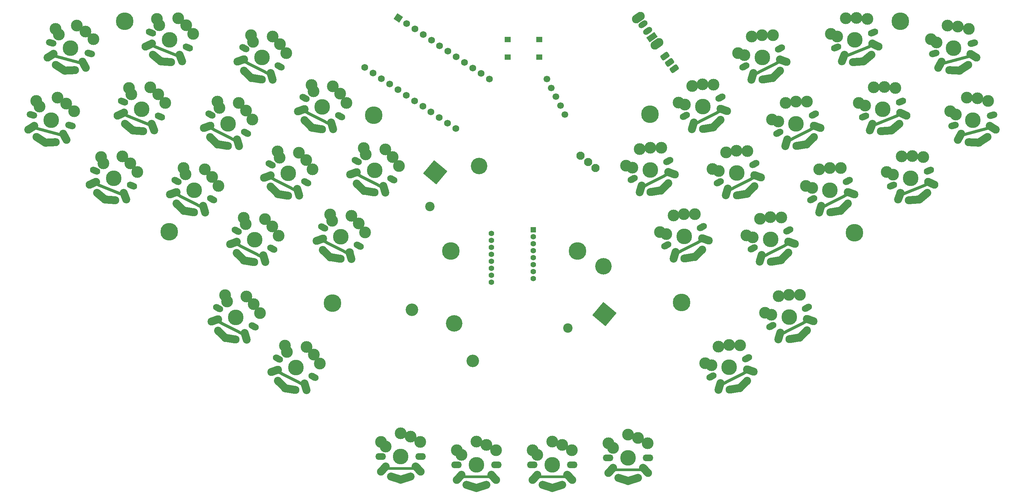
<source format=gbr>
%TF.GenerationSoftware,KiCad,Pcbnew,(6.0.4)*%
%TF.CreationDate,2022-11-04T17:16:24+01:00*%
%TF.ProjectId,Batreeq,42617472-6565-4712-9e6b-696361645f70,rev?*%
%TF.SameCoordinates,Original*%
%TF.FileFunction,Soldermask,Top*%
%TF.FilePolarity,Negative*%
%FSLAX46Y46*%
G04 Gerber Fmt 4.6, Leading zero omitted, Abs format (unit mm)*
G04 Created by KiCad (PCBNEW (6.0.4)) date 2022-11-04 17:16:24*
%MOMM*%
%LPD*%
G01*
G04 APERTURE LIST*
G04 Aperture macros list*
%AMRoundRect*
0 Rectangle with rounded corners*
0 $1 Rounding radius*
0 $2 $3 $4 $5 $6 $7 $8 $9 X,Y pos of 4 corners*
0 Add a 4 corners polygon primitive as box body*
4,1,4,$2,$3,$4,$5,$6,$7,$8,$9,$2,$3,0*
0 Add four circle primitives for the rounded corners*
1,1,$1+$1,$2,$3*
1,1,$1+$1,$4,$5*
1,1,$1+$1,$6,$7*
1,1,$1+$1,$8,$9*
0 Add four rect primitives between the rounded corners*
20,1,$1+$1,$2,$3,$4,$5,0*
20,1,$1+$1,$4,$5,$6,$7,0*
20,1,$1+$1,$6,$7,$8,$9,0*
20,1,$1+$1,$8,$9,$2,$3,0*%
%AMHorizOval*
0 Thick line with rounded ends*
0 $1 width*
0 $2 $3 position (X,Y) of the first rounded end (center of the circle)*
0 $4 $5 position (X,Y) of the second rounded end (center of the circle)*
0 Add line between two ends*
20,1,$1,$2,$3,$4,$5,0*
0 Add two circle primitives to create the rounded ends*
1,1,$1,$2,$3*
1,1,$1,$4,$5*%
%AMRotRect*
0 Rectangle, with rotation*
0 The origin of the aperture is its center*
0 $1 length*
0 $2 width*
0 $3 Rotation angle, in degrees counterclockwise*
0 Add horizontal line*
21,1,$1,$2,0,0,$3*%
G04 Aperture macros list end*
%ADD10C,3.000000*%
%ADD11HorizOval,1.701800X0.482963X-0.129410X-0.482963X0.129410X0*%
%ADD12C,3.987800*%
%ADD13C,2.032000*%
%ADD14RoundRect,0.189673X-3.546058X0.753800X3.447877X-1.120219X3.546058X-0.753800X-3.447877X1.120219X0*%
%ADD15HorizOval,2.032000X0.753734X0.461889X-0.753734X-0.461889X0*%
%ADD16HorizOval,2.032000X-0.421808X0.776874X0.421808X-0.776874X0*%
%ADD17HorizOval,2.032000X1.332292X0.067491X-1.332292X-0.067491X0*%
%ADD18HorizOval,2.032000X-1.120053X0.724595X1.120053X-0.724595X0*%
%ADD19HorizOval,1.701800X0.445503X0.226995X-0.445503X-0.226995X0*%
%ADD20HorizOval,2.032000X-0.833295X0.295085X0.833295X-0.295085X0*%
%ADD21RoundRect,0.189673X-3.139626X-1.812593X3.311844X1.474595X3.139626X1.812593X-3.311844X-1.474595X0*%
%ADD22HorizOval,2.032000X0.251070X0.847597X-0.251070X-0.847597X0*%
%ADD23HorizOval,2.032000X0.944925X0.941633X-0.944925X-0.941633X0*%
%ADD24HorizOval,2.032000X-1.317210X-0.210983X1.317210X0.210983X0*%
%ADD25C,4.500000*%
%ADD26HorizOval,1.701800X0.482963X0.129410X-0.482963X-0.129410X0*%
%ADD27HorizOval,2.032000X0.421808X0.776874X-0.421808X-0.776874X0*%
%ADD28HorizOval,2.032000X-0.753734X0.461889X0.753734X-0.461889X0*%
%ADD29RoundRect,0.189673X-3.447877X-1.120219X3.546058X0.753800X3.447877X1.120219X-3.546058X-0.753800X0*%
%ADD30HorizOval,2.032000X-1.332292X0.067491X1.332292X-0.067491X0*%
%ADD31HorizOval,2.032000X1.120053X0.724595X-1.120053X-0.724595X0*%
%ADD32HorizOval,1.701800X0.445503X-0.226995X-0.445503X0.226995X0*%
%ADD33HorizOval,2.032000X0.833295X0.295085X-0.833295X-0.295085X0*%
%ADD34RoundRect,0.189673X-3.311844X1.474595X3.139626X-1.812593X3.311844X-1.474595X-3.139626X1.812593X0*%
%ADD35HorizOval,2.032000X-0.251070X0.847597X0.251070X-0.847597X0*%
%ADD36HorizOval,2.032000X-0.944925X0.941633X0.944925X-0.941633X0*%
%ADD37HorizOval,2.032000X-1.317210X0.210983X1.317210X-0.210983X0*%
%ADD38O,2.701800X1.701800*%
%ADD39RoundRect,0.189673X-3.620327X-0.189672X3.620327X-0.189672X3.620327X0.189672X-3.620327X0.189672X0*%
%ADD40HorizOval,2.032000X-0.608505X0.641231X0.608505X-0.641231X0*%
%ADD41HorizOval,2.032000X0.608505X0.641231X-0.608505X-0.641231X0*%
%ADD42HorizOval,2.032000X1.269427X0.410014X-1.269427X-0.410014X0*%
%ADD43HorizOval,2.032000X-1.269427X0.410014X1.269427X-0.410014X0*%
%ADD44HorizOval,1.701800X0.463592X0.187303X-0.463592X-0.187303X0*%
%ADD45RoundRect,0.189673X-3.285656X-1.532059X3.427761X1.180338X3.285656X1.532059X-3.427761X-1.180338X0*%
%ADD46HorizOval,2.032000X-0.804406X0.366589X0.804406X-0.366589X0*%
%ADD47HorizOval,2.032000X0.323987X0.822489X-0.323987X-0.822489X0*%
%ADD48HorizOval,2.032000X-1.330586X-0.095378X1.330586X0.095378X0*%
%ADD49HorizOval,2.032000X1.023398X0.855694X-1.023398X-0.855694X0*%
%ADD50C,3.200000*%
%ADD51C,4.200000*%
%ADD52C,2.400000*%
%ADD53C,2.100000*%
%ADD54RotRect,4.400000X4.400000X140.000000*%
%ADD55HorizOval,1.701800X0.463592X-0.187303X-0.463592X0.187303X0*%
%ADD56HorizOval,2.032000X0.804406X0.366589X-0.804406X-0.366589X0*%
%ADD57HorizOval,2.032000X-0.323987X0.822489X0.323987X-0.822489X0*%
%ADD58RoundRect,0.189673X-3.427761X1.180338X3.285656X-1.532059X3.427761X-1.180338X-3.285656X1.532059X0*%
%ADD59HorizOval,2.032000X-1.023398X0.855694X1.023398X-0.855694X0*%
%ADD60HorizOval,2.032000X-1.330586X0.095378X1.330586X-0.095378X0*%
%ADD61RoundRect,0.375000X-0.827182X-0.137458X-0.386343X-0.744220X0.827182X0.137458X0.386343X0.744220X0*%
%ADD62C,1.700000*%
%ADD63HorizOval,1.700000X0.000000X0.000000X0.000000X0.000000X0*%
%ADD64R,1.600000X1.400000*%
%ADD65HorizOval,2.200000X0.532449X0.372825X-0.532449X-0.372825X0*%
%ADD66RotRect,1.500000X2.500000X125.000000*%
%ADD67HorizOval,1.500000X0.409576X0.286788X-0.409576X-0.286788X0*%
%ADD68C,1.752600*%
%ADD69RotRect,1.752600X1.752600X326.000000*%
%ADD70R,1.400000X1.400000*%
%ADD71C,1.400000*%
G04 APERTURE END LIST*
D10*
%TO.C,SW7*%
X33987410Y-58946068D03*
D11*
X27538373Y-63377271D03*
D10*
X28588379Y-59777011D03*
D11*
X37351154Y-66010699D03*
D10*
X36212503Y-60446395D03*
X38244452Y-62367771D03*
X29421474Y-61256346D03*
D12*
X32447437Y-64693327D03*
D13*
X28109859Y-66160678D03*
X35470214Y-68132879D03*
D14*
X31673162Y-67601881D03*
D15*
X27359039Y-66625626D03*
D16*
X35887969Y-68910945D03*
D17*
X32237817Y-70325931D03*
D18*
X29812672Y-69676116D03*
D13*
X30920405Y-70392289D03*
%TD*%
D19*
%TO.C,SW26*%
X224879675Y-112567049D03*
D10*
X215805491Y-114339868D03*
X223105930Y-109262094D03*
X214196513Y-113797957D03*
D12*
X220354009Y-114869279D03*
D19*
X215825251Y-117176063D03*
D10*
X217652766Y-109567790D03*
X220310247Y-109193872D03*
D13*
X218112410Y-118862139D03*
D20*
X225732961Y-115701415D03*
D21*
X221724814Y-117548847D03*
D13*
X224901880Y-115402731D03*
D22*
X217865554Y-119710059D03*
D23*
X223967179Y-119195383D03*
D13*
X223032553Y-120126217D03*
D24*
X221730133Y-120335215D03*
%TD*%
D25*
%TO.C,H10*%
X166447346Y-98056076D03*
%TD*%
D10*
%TO.C,SW34*%
X266063636Y-41426131D03*
D26*
X257296650Y-47653423D03*
D10*
X260666078Y-40591370D03*
X257867000Y-44875097D03*
D12*
X262206052Y-46338628D03*
D10*
X263343229Y-40778144D03*
X256405851Y-44010503D03*
D26*
X267111481Y-45027647D03*
D27*
X258765520Y-50556247D03*
D13*
X259183275Y-49778181D03*
X266543629Y-47805979D03*
D28*
X267294449Y-48270927D03*
D29*
X262989787Y-49244648D03*
D30*
X262415672Y-51971232D03*
D31*
X264840817Y-51321417D03*
D13*
X263733084Y-52037591D03*
%TD*%
D25*
%TO.C,H8*%
X248621075Y-39434330D03*
%TD*%
%TO.C,H9*%
X134189343Y-98056079D03*
%TD*%
D10*
%TO.C,SW21*%
X202380098Y-122425889D03*
D12*
X205081341Y-127727378D03*
D10*
X200532823Y-127197967D03*
X205037579Y-122051971D03*
X198923845Y-126656056D03*
D19*
X209607007Y-125425148D03*
X200552583Y-130034162D03*
D10*
X207833262Y-122120193D03*
D20*
X210460293Y-128559514D03*
D22*
X202592886Y-132568158D03*
D13*
X202839742Y-131720238D03*
D21*
X206452146Y-130406946D03*
D13*
X209629212Y-128260830D03*
D23*
X208694511Y-132053482D03*
D13*
X207759885Y-132984316D03*
D24*
X206457465Y-133193314D03*
%TD*%
D10*
%TO.C,SW25*%
X209724598Y-72574371D03*
D19*
X202443919Y-80488340D03*
D10*
X202424159Y-77652145D03*
X206928915Y-72506149D03*
D19*
X211498343Y-75879326D03*
D12*
X206972677Y-78181556D03*
D10*
X200815181Y-77110234D03*
X204271434Y-72880067D03*
D21*
X208343482Y-80861124D03*
D13*
X204731078Y-82174416D03*
X211520548Y-78715008D03*
D20*
X212351629Y-79013692D03*
D22*
X204484222Y-83022336D03*
D24*
X208348801Y-83647492D03*
D13*
X209651221Y-83438494D03*
D23*
X210585847Y-82507660D03*
%TD*%
D10*
%TO.C,SW4*%
X92249109Y-47594369D03*
X90661040Y-45292514D03*
D32*
X90617925Y-50971963D03*
D10*
X83850013Y-44672831D03*
D12*
X86095263Y-48663839D03*
D32*
X81567097Y-46355890D03*
D10*
X88796506Y-43362350D03*
X83342694Y-43052613D03*
D33*
X80716311Y-49495975D03*
D34*
X84733186Y-51347853D03*
D13*
X81547392Y-49197291D03*
X88336862Y-52656699D03*
D35*
X88583719Y-53504619D03*
D36*
X82482094Y-52989943D03*
D13*
X83416719Y-53920777D03*
D37*
X84719139Y-54129775D03*
%TD*%
D10*
%TO.C,SW8*%
X99198131Y-57337453D03*
X106009158Y-57957136D03*
X98690812Y-55717235D03*
D32*
X96915215Y-59020512D03*
D10*
X107597227Y-60258991D03*
D12*
X101443381Y-61328461D03*
D10*
X104144624Y-56026972D03*
D32*
X105966043Y-63636585D03*
D35*
X103931837Y-66169241D03*
D34*
X100081304Y-64012475D03*
D33*
X96064429Y-62160597D03*
D13*
X103684980Y-65321321D03*
X96895510Y-61861913D03*
D36*
X97830212Y-65654565D03*
D13*
X98764837Y-66585399D03*
D37*
X100067257Y-66794397D03*
%TD*%
D38*
%TO.C,SW22*%
X165120932Y-152589385D03*
D10*
X162580932Y-147509385D03*
X165040932Y-148839385D03*
X155043344Y-148836078D03*
D38*
X154960932Y-152585424D03*
D10*
X156230932Y-150049385D03*
D12*
X160043344Y-152586077D03*
D10*
X160043344Y-146636077D03*
D39*
X160048241Y-155595922D03*
D40*
X164458243Y-155769509D03*
D13*
X156233344Y-155126077D03*
D41*
X155628445Y-155769509D03*
D13*
X163853344Y-155126077D03*
X160043344Y-158486077D03*
D42*
X161298692Y-158081008D03*
D43*
X158787996Y-158081008D03*
%TD*%
D25*
%TO.C,H3*%
X192972150Y-111198053D03*
%TD*%
D38*
%TO.C,SW27*%
X174264934Y-150807425D03*
D10*
X181884934Y-145731386D03*
X179347346Y-144858078D03*
X184344934Y-147061386D03*
D12*
X179347346Y-150808078D03*
D38*
X184424934Y-150811386D03*
D10*
X175534934Y-148271386D03*
X174347346Y-147058079D03*
D13*
X175537346Y-153348078D03*
X183157346Y-153348078D03*
D40*
X183762245Y-153991510D03*
D39*
X179352243Y-153817923D03*
D41*
X174932447Y-153991510D03*
D42*
X180602694Y-156303009D03*
D43*
X178091998Y-156303009D03*
D13*
X179347346Y-156708078D03*
%TD*%
D10*
%TO.C,SW33*%
X244598919Y-56204776D03*
X247378019Y-56516399D03*
X241918962Y-56345656D03*
D12*
X244147871Y-61862400D03*
D44*
X239435296Y-63765700D03*
D10*
X238107178Y-60258495D03*
D44*
X248856968Y-59963370D03*
D10*
X239662803Y-60938575D03*
D13*
X241566801Y-65644698D03*
D45*
X245279920Y-64651245D03*
D46*
X249433828Y-63160177D03*
D47*
X241246983Y-66467877D03*
D13*
X248631942Y-62790196D03*
X246358050Y-67332785D03*
D48*
X245042371Y-67427473D03*
D49*
X247370247Y-66486951D03*
%TD*%
D25*
%TO.C,H6*%
X114577344Y-63386078D03*
%TD*%
D10*
%TO.C,SW16*%
X99274677Y-124432085D03*
D32*
X99231562Y-130111534D03*
D10*
X91956331Y-122192184D03*
D32*
X90180734Y-125495461D03*
D10*
X97410143Y-122501921D03*
X92463650Y-123812402D03*
D12*
X94708900Y-127803410D03*
D10*
X100862746Y-126733940D03*
D33*
X89329948Y-128635546D03*
D35*
X97197356Y-132644190D03*
D34*
X93346823Y-130487424D03*
D13*
X96950499Y-131796270D03*
X90161029Y-128336862D03*
D37*
X93332776Y-133269346D03*
D36*
X91095731Y-132129514D03*
D13*
X92030356Y-133060348D03*
%TD*%
D10*
%TO.C,SW28*%
X207326520Y-47595579D03*
X213440254Y-42991494D03*
D12*
X213484016Y-48666901D03*
D19*
X208955258Y-50973685D03*
X218009682Y-46364671D03*
D10*
X216235937Y-43059716D03*
X210782773Y-43365412D03*
X208935498Y-48137490D03*
D21*
X214854821Y-51346469D03*
D13*
X211242417Y-52659761D03*
X218031887Y-49200353D03*
D22*
X210995561Y-53507681D03*
D20*
X218862968Y-49499037D03*
D24*
X214860140Y-54132837D03*
D13*
X216162560Y-53923839D03*
D23*
X217097186Y-52993005D03*
%TD*%
D10*
%TO.C,SW5*%
X75224197Y-61601955D03*
D32*
X72941281Y-63285014D03*
D10*
X74716878Y-59981737D03*
X82035224Y-62221638D03*
X83623293Y-64523493D03*
X80170690Y-60291474D03*
D32*
X81992109Y-67901087D03*
D12*
X77469447Y-65592963D03*
D34*
X76107370Y-68276977D03*
D13*
X79711046Y-69585823D03*
D35*
X79957903Y-70433743D03*
D33*
X72090495Y-66425099D03*
D13*
X72921576Y-66126415D03*
D37*
X76093323Y-71058899D03*
D36*
X73856278Y-69919067D03*
D13*
X74790903Y-70849901D03*
%TD*%
D50*
%TO.C,SW36*%
X124286053Y-113059816D03*
D51*
X135054009Y-116549375D03*
D52*
X128867742Y-86671342D03*
D50*
X139749391Y-126035494D03*
D52*
X163952042Y-117720395D03*
D51*
X173044231Y-101976735D03*
X141423676Y-76368083D03*
D53*
X171042086Y-76927713D03*
X167211864Y-73713775D03*
X169126975Y-75320744D03*
D54*
X173263659Y-114099277D03*
X130236554Y-77998238D03*
%TD*%
D12*
%TO.C,SW15*%
X84191742Y-95186711D03*
D32*
X79663576Y-92878762D03*
X88714404Y-97494835D03*
D10*
X90345588Y-94117241D03*
X81946492Y-91195703D03*
X88757519Y-91815386D03*
X81439173Y-89575485D03*
X86892985Y-89885222D03*
D13*
X79643871Y-95720163D03*
D33*
X78812790Y-96018847D03*
D35*
X86680198Y-100027491D03*
D13*
X86433341Y-99179571D03*
D34*
X82829665Y-97870725D03*
D13*
X81513198Y-100443649D03*
D37*
X82815618Y-100652647D03*
D36*
X80578573Y-99512815D03*
%TD*%
D26*
%TO.C,SW31*%
X262222874Y-66013471D03*
D10*
X265592302Y-58951418D03*
X268269453Y-59138192D03*
X270989860Y-59786179D03*
X261332075Y-62370551D03*
D12*
X267132276Y-64698676D03*
D26*
X272037705Y-63387695D03*
D10*
X262793224Y-63235145D03*
D13*
X264109499Y-68138229D03*
D28*
X272220673Y-66630975D03*
D13*
X271469853Y-66166027D03*
D27*
X263691744Y-68916295D03*
D29*
X267916011Y-67604696D03*
D13*
X268659308Y-70397639D03*
D31*
X269767041Y-69681465D03*
D30*
X267341896Y-70331280D03*
%TD*%
D25*
%TO.C,H2*%
X104010023Y-111310117D03*
%TD*%
D19*
%TO.C,SW23*%
X226206895Y-84831932D03*
D10*
X228034410Y-77223659D03*
X224578157Y-81453826D03*
X233487574Y-76917963D03*
D19*
X235261319Y-80222918D03*
D10*
X226187135Y-81995737D03*
X230691891Y-76849741D03*
D12*
X230735653Y-82525148D03*
D22*
X228247198Y-87365928D03*
D13*
X228494054Y-86518008D03*
D21*
X232106458Y-85204716D03*
D20*
X236114605Y-83357284D03*
D13*
X235283524Y-83058600D03*
X233414197Y-87782086D03*
D23*
X234348823Y-86851252D03*
D24*
X232111777Y-87991084D03*
%TD*%
D10*
%TO.C,SW6*%
X54351450Y-77873324D03*
X45083087Y-74125095D03*
X52568804Y-75718637D03*
D55*
X53020850Y-81380231D03*
D10*
X45729686Y-75694932D03*
X50543141Y-73958322D03*
D55*
X43602146Y-77570556D03*
D12*
X48314232Y-79475066D03*
D13*
X43830160Y-80402862D03*
D56*
X43028274Y-80772843D03*
D57*
X51215120Y-84080543D03*
D13*
X50895301Y-83257365D03*
D58*
X47191265Y-82267580D03*
D13*
X46104053Y-84945451D03*
D59*
X45091856Y-84099617D03*
D60*
X47419732Y-85040139D03*
%TD*%
D10*
%TO.C,SW12*%
X123975346Y-145389387D03*
D38*
X116355346Y-150465426D03*
D10*
X116437758Y-146716080D03*
D12*
X121437758Y-150466079D03*
D10*
X126435346Y-146719387D03*
X117625346Y-147929387D03*
X121437758Y-144516079D03*
D38*
X126515346Y-150469387D03*
D13*
X125247758Y-153006079D03*
X117627758Y-153006079D03*
D40*
X125852657Y-153649511D03*
D41*
X117022859Y-153649511D03*
D39*
X121442655Y-153475924D03*
D43*
X120182410Y-155961010D03*
D13*
X121437758Y-156366079D03*
D42*
X122693106Y-155961010D03*
%TD*%
D10*
%TO.C,SW1*%
X59964735Y-40461946D03*
X66803853Y-40485651D03*
X64778190Y-38725336D03*
D12*
X62549281Y-44242080D03*
D10*
X68586499Y-42640338D03*
X59318136Y-38892109D03*
D55*
X67255899Y-46147245D03*
X57837195Y-42337570D03*
D13*
X65130350Y-48024379D03*
D56*
X57263323Y-45539857D03*
D57*
X65450169Y-48847557D03*
D58*
X61426314Y-47034594D03*
D13*
X58065209Y-45169876D03*
D59*
X59326905Y-48866631D03*
D60*
X61654781Y-49807153D03*
D13*
X60339102Y-49712465D03*
%TD*%
D10*
%TO.C,SW11*%
X85590076Y-113875837D03*
D32*
X74908064Y-112637358D03*
D10*
X77190980Y-110954299D03*
X84002007Y-111573982D03*
D12*
X79436230Y-114945307D03*
D10*
X76683661Y-109334081D03*
X82137473Y-109643818D03*
D32*
X83958892Y-117253431D03*
D33*
X74057278Y-115777443D03*
D13*
X81677829Y-118938167D03*
D34*
X78074153Y-117629321D03*
D35*
X81924686Y-119786087D03*
D13*
X74888359Y-115478759D03*
D36*
X75823061Y-119271411D03*
D13*
X76757686Y-120202245D03*
D37*
X78060106Y-120411243D03*
%TD*%
D10*
%TO.C,SW19*%
X196372998Y-88692063D03*
X189072559Y-93769837D03*
X187463581Y-93227926D03*
D19*
X189092319Y-96606032D03*
D10*
X193577315Y-88623841D03*
D12*
X193621077Y-94299248D03*
D19*
X198146743Y-91997018D03*
D10*
X190919834Y-88997759D03*
D20*
X199000029Y-95131384D03*
D22*
X191132622Y-99140028D03*
D13*
X191379478Y-98292108D03*
X198168948Y-94832700D03*
D21*
X194991882Y-96978816D03*
D24*
X194997201Y-99765184D03*
D13*
X196299621Y-99556186D03*
D23*
X197234247Y-98625352D03*
%TD*%
D10*
%TO.C,SW3*%
X38897461Y-40575677D03*
X43154503Y-43997380D03*
X33498430Y-41406620D03*
X34331525Y-42885955D03*
D11*
X42261205Y-47640308D03*
X32448424Y-45006880D03*
D10*
X41122554Y-42076004D03*
D12*
X37357488Y-46322936D03*
D13*
X33019910Y-47790287D03*
D14*
X36583213Y-49231490D03*
D16*
X40798020Y-50540554D03*
D13*
X40380265Y-49762488D03*
D15*
X32269090Y-48255235D03*
D18*
X34722723Y-51305725D03*
D13*
X35830456Y-52021898D03*
D17*
X37147868Y-51955540D03*
%TD*%
D10*
%TO.C,SW10*%
X66598375Y-78531080D03*
X66091056Y-76910862D03*
X74997471Y-81452618D03*
D32*
X73366287Y-84830212D03*
D10*
X71544868Y-77220599D03*
X73409402Y-79150763D03*
D12*
X68843625Y-82522088D03*
D32*
X64315459Y-80214139D03*
D33*
X63464673Y-83354224D03*
D34*
X67481548Y-85206102D03*
D35*
X71332081Y-87362868D03*
D13*
X64295754Y-83055540D03*
X71085224Y-86514948D03*
D36*
X65230456Y-86848192D03*
D13*
X66165081Y-87779026D03*
D37*
X67467501Y-87988024D03*
%TD*%
D12*
%TO.C,SW32*%
X237030347Y-44245909D03*
D10*
X240260495Y-38899908D03*
D44*
X241739444Y-42346879D03*
X232317772Y-46149209D03*
D10*
X232545279Y-43322084D03*
X234801438Y-38729165D03*
X237481395Y-38588285D03*
X230989654Y-42642004D03*
D46*
X242316304Y-45543686D03*
D13*
X241514418Y-45173705D03*
D47*
X234129459Y-48851386D03*
D13*
X234449277Y-48028207D03*
D45*
X238162396Y-47034754D03*
D13*
X239240526Y-49716294D03*
D48*
X237924847Y-49810982D03*
D49*
X240252723Y-48870460D03*
%TD*%
D61*
%TO.C,PAD1*%
X191098000Y-51590000D03*
X189922429Y-49971966D03*
X188746858Y-48353932D03*
%TD*%
D10*
%TO.C,SW9*%
X98971405Y-77188116D03*
D32*
X88289393Y-75949637D03*
D12*
X92817559Y-78257586D03*
D10*
X90572309Y-74266578D03*
D32*
X97340221Y-80565710D03*
D10*
X90064990Y-72646360D03*
X95518802Y-72956097D03*
X97383336Y-74886261D03*
D13*
X95059158Y-82250446D03*
D34*
X91455482Y-80941600D03*
D33*
X87438607Y-79089722D03*
D35*
X95306015Y-83098366D03*
D13*
X88269688Y-78791038D03*
X90139015Y-83514524D03*
D36*
X89204390Y-82583690D03*
D37*
X91441435Y-83723522D03*
%TD*%
D32*
%TO.C,SW13*%
X110266815Y-75138206D03*
D12*
X114794981Y-77446155D03*
D10*
X119360758Y-74074830D03*
X112042412Y-71834929D03*
X112549731Y-73455147D03*
X120948827Y-76376685D03*
D32*
X119317643Y-79754279D03*
D10*
X117496224Y-72144666D03*
D34*
X113432904Y-80130169D03*
D33*
X109416029Y-78278291D03*
D35*
X117283437Y-82286935D03*
D13*
X117036580Y-81439015D03*
X110247110Y-77979607D03*
X112116437Y-82703093D03*
D36*
X111181812Y-81772259D03*
D37*
X113418857Y-82912091D03*
%TD*%
D19*
%TO.C,SW18*%
X189520925Y-75067893D03*
X180466501Y-79676907D03*
D10*
X184951497Y-71694716D03*
D12*
X184995259Y-77370123D03*
D10*
X180446741Y-76840712D03*
X187747180Y-71762938D03*
X182294016Y-72068634D03*
X178837763Y-76298801D03*
D21*
X186366064Y-80049691D03*
D20*
X190374211Y-78202259D03*
D22*
X182506804Y-82210903D03*
D13*
X182753660Y-81362983D03*
X189543130Y-77903575D03*
X187673803Y-82627061D03*
D23*
X188608429Y-81696227D03*
D24*
X186371383Y-82836059D03*
%TD*%
D25*
%TO.C,H1*%
X62507345Y-93104077D03*
%TD*%
D10*
%TO.C,SW24*%
X195645619Y-55950942D03*
D19*
X202872528Y-58950201D03*
D10*
X192189366Y-60181109D03*
X201098783Y-55645246D03*
D19*
X193818104Y-63559215D03*
D12*
X198346862Y-61252431D03*
D10*
X198303100Y-55577024D03*
X193798344Y-60723020D03*
D20*
X203725814Y-62084567D03*
D13*
X202894733Y-61785883D03*
X196105263Y-65245291D03*
D22*
X195858407Y-66093211D03*
D21*
X199717667Y-63931999D03*
D23*
X201960032Y-65578535D03*
D13*
X201025406Y-66509369D03*
D24*
X199722986Y-66718367D03*
%TD*%
D38*
%TO.C,SW17*%
X135635344Y-152582117D03*
D10*
X140717756Y-146632770D03*
X135717756Y-148832771D03*
D38*
X145795344Y-152586078D03*
D12*
X140717756Y-152582770D03*
D10*
X143255344Y-147506078D03*
X136905344Y-150046078D03*
X145715344Y-148836078D03*
D40*
X145132655Y-155766202D03*
D13*
X144527756Y-155122770D03*
X136907756Y-155122770D03*
D41*
X136302857Y-155766202D03*
D39*
X140722653Y-155592615D03*
D43*
X139462408Y-158077701D03*
D42*
X141973104Y-158077701D03*
D13*
X140717756Y-158482770D03*
%TD*%
D25*
%TO.C,H7*%
X184935343Y-63132079D03*
%TD*%
D62*
%TO.C,U5*%
X158630606Y-54183266D03*
D63*
X159783742Y-56446423D03*
X160936878Y-58709579D03*
X162090014Y-60972736D03*
X163243150Y-63235892D03*
%TD*%
D64*
%TO.C,SW35*%
X148677347Y-44118078D03*
X156677347Y-44118078D03*
X148677347Y-48618078D03*
X156677347Y-48618078D03*
%TD*%
D65*
%TO.C,SW37*%
X181949673Y-38522954D03*
X186653000Y-45240000D03*
D66*
X185448489Y-43519781D03*
D67*
X184301336Y-41881477D03*
X183154183Y-40243173D03*
%TD*%
D10*
%TO.C,SW29*%
X215952340Y-64524705D03*
D19*
X217581078Y-67902811D03*
D10*
X222066074Y-59920620D03*
X224861757Y-59988842D03*
D12*
X222109836Y-65596027D03*
D10*
X219408593Y-60294538D03*
X217561318Y-65066616D03*
D19*
X226635502Y-63293797D03*
D13*
X219868237Y-69588887D03*
X226657707Y-66129479D03*
D21*
X223480641Y-68275595D03*
D22*
X219621381Y-70436807D03*
D20*
X227488788Y-66428163D03*
D23*
X225723006Y-69922131D03*
D13*
X224788380Y-70852965D03*
D24*
X223485960Y-71061963D03*
%TD*%
D44*
%TO.C,SW30*%
X246552821Y-81382195D03*
D10*
X254495544Y-74132894D03*
D12*
X251265396Y-79478895D03*
D10*
X249036487Y-73962151D03*
X246780328Y-78555070D03*
X251716444Y-73821271D03*
D44*
X255974493Y-77579865D03*
D10*
X245224703Y-77874990D03*
D13*
X248684326Y-83261193D03*
D45*
X252397445Y-82267740D03*
D46*
X256551353Y-80776672D03*
D47*
X248364508Y-84084372D03*
D13*
X255749467Y-80406691D03*
X253475575Y-84949280D03*
D49*
X254487772Y-84103446D03*
D48*
X252159896Y-85043968D03*
%TD*%
D10*
%TO.C,SW2*%
X61469264Y-60257239D03*
X57660955Y-56342237D03*
X52200901Y-56509010D03*
X59686618Y-58102552D03*
D55*
X50719960Y-59954471D03*
D10*
X52847500Y-58078847D03*
D12*
X55432046Y-61858981D03*
D55*
X60138664Y-63764146D03*
D56*
X50146088Y-63156758D03*
D57*
X58332934Y-66464458D03*
D13*
X58013115Y-65641280D03*
D58*
X54309079Y-64651495D03*
D13*
X50947974Y-62786777D03*
D59*
X52209670Y-66483532D03*
D13*
X53221867Y-67329366D03*
D60*
X54537546Y-67424054D03*
%TD*%
D25*
%TO.C,H5*%
X51170667Y-39497354D03*
%TD*%
D19*
%TO.C,SW20*%
X211069739Y-97417466D03*
D10*
X215554735Y-89435275D03*
D19*
X220124163Y-92808452D03*
D10*
X211049979Y-94581271D03*
X218350418Y-89503497D03*
X212897254Y-89809193D03*
X209441001Y-94039360D03*
D12*
X215598497Y-95110682D03*
D22*
X213110042Y-99951462D03*
D13*
X220146368Y-95644134D03*
D21*
X216969302Y-97790250D03*
D20*
X220977449Y-95942818D03*
D13*
X213356898Y-99103542D03*
D23*
X219211667Y-99436786D03*
D24*
X216974621Y-100576618D03*
D13*
X218277041Y-100367620D03*
%TD*%
D10*
%TO.C,SW14*%
X110734937Y-91003952D03*
D32*
X101640994Y-92067328D03*
X110691822Y-96683401D03*
D12*
X106169160Y-94375277D03*
D10*
X112323006Y-93305807D03*
X103923910Y-90384269D03*
X108870403Y-89073788D03*
X103416591Y-88764051D03*
D13*
X108410759Y-98368137D03*
D33*
X100790208Y-95207413D03*
D34*
X104807083Y-97059291D03*
D13*
X101621289Y-94908729D03*
D35*
X108657616Y-99216057D03*
D36*
X102555991Y-98701381D03*
D13*
X103490616Y-99632215D03*
D37*
X104793036Y-99841213D03*
%TD*%
D25*
%TO.C,H4*%
X236965997Y-93358077D03*
%TD*%
D68*
%TO.C,U1*%
X112296953Y-51229381D03*
X114402708Y-52649731D03*
X116508463Y-54070081D03*
X118614219Y-55490431D03*
X120719974Y-56910781D03*
X122825730Y-58331131D03*
X124931485Y-59751481D03*
X127037241Y-61171831D03*
X129142996Y-62592181D03*
X131248751Y-64012531D03*
X133354507Y-65432881D03*
X135460262Y-66853231D03*
X143982362Y-54218698D03*
X141876607Y-52798348D03*
X139770851Y-51377998D03*
X137665096Y-49957648D03*
X135559340Y-48537298D03*
X133453585Y-47116948D03*
X131347830Y-45696598D03*
X129242074Y-44276248D03*
X127136319Y-42855898D03*
X125030563Y-41435548D03*
X122924808Y-40015198D03*
D69*
X120819052Y-38594848D03*
%TD*%
D70*
%TO.C,U4*%
X155193347Y-92642077D03*
D71*
X155193347Y-94422077D03*
X155193347Y-96202077D03*
X155193347Y-97982077D03*
X155193347Y-99762077D03*
X155193347Y-101542077D03*
X155193347Y-103322077D03*
X155193347Y-105102077D03*
X144493347Y-105992077D03*
X144493347Y-104212077D03*
X144493347Y-102432077D03*
X144493347Y-100652077D03*
X144493347Y-98872077D03*
X144493347Y-97092077D03*
X144493347Y-95312077D03*
X144493347Y-93532077D03*
%TD*%
M02*

</source>
